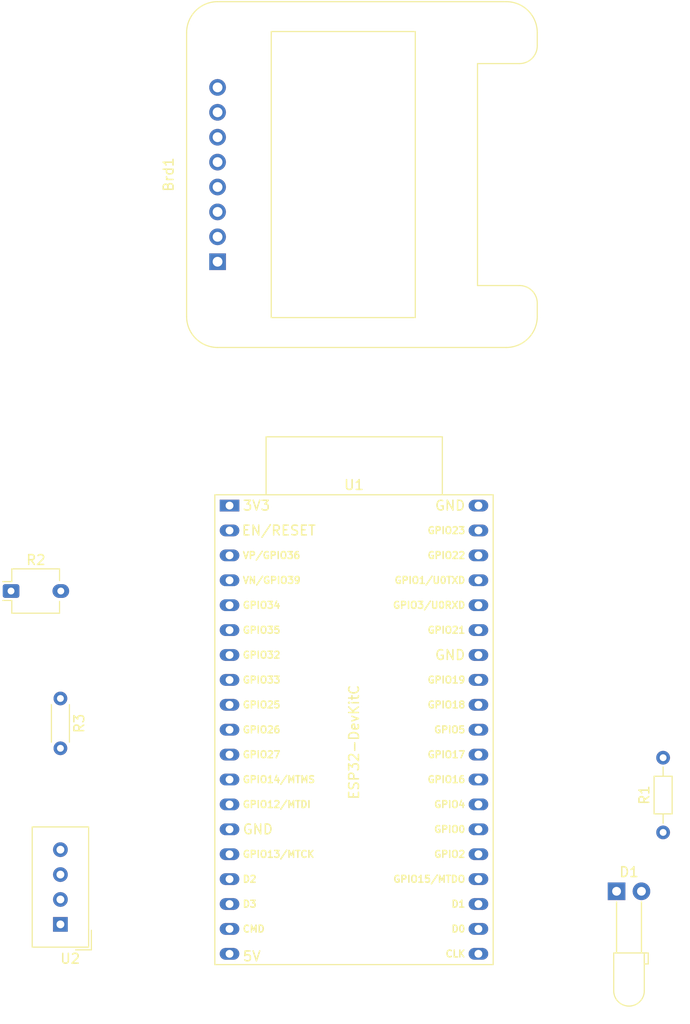
<source format=kicad_pcb>
(kicad_pcb (version 20240108) (generator "pcbnew") (generator_version "8.0")
  (layers (0 "F.Cu" signal) (31 "B.Cu" signal) (34 "B.Paste" user) (35 "F.Paste" user) (36 "B.SilkS" user "B.Silkscreen") (37 "F.SilkS" user "F.Silkscreen") (38 "B.Mask" user) (39 "F.Mask" user) (44 "Edge.Cuts" user))
  (net 0 "")
  (net 1 "Earth")
  (net 2 "Net-(Brd1-SDA)")
  (net 3 "Net-(Brd1-VCC)")
  (net 4 "Net-(Brd1-SCL)")
  (net 5 "Net-(D1-A)")
  (net 6 "Net-(D1-K)")
  (net 7 "Net-(R2-Pad2)")
  (net 8 "Net-(U1-SENSOR_VN{slash}GPIO39{slash}ADC1_CH3)")
  (net 23 "Net-(U1-MTDO{slash}GPIO15{slash}ADC2_CH3)")
  (footprint "Display:Adafruit_SSD1306" (layer "F.Cu") (at 137.036 80.912 90)
    (property "Reference" "Brd1" (at 8.89 -5 270) (layer "F.SilkS"))
    (property "Value" "SSD1306")
    (fp_line (start 23.368 -3.158) (end -5.588 -3.158) (stroke (width 0.12)) (layer "F.SilkS"))
    (fp_line (start 26.526 0) (end 26.526 29.464) (stroke (width 0.12)) (layer "F.SilkS"))
    (fp_line (start -8.746 0) (end -8.746 29.464) (stroke (width 0.12)) (layer "F.SilkS"))
    (fp_line (start 23.478 5.478) (end 23.478 20.176) (stroke (width 0.12)) (layer "F.SilkS"))
    (fp_line (start -5.698 5.478) (end 23.478 5.478) (stroke (width 0.12)) (layer "F.SilkS"))
    (fp_line (start -5.698 5.478) (end -5.698 20.176) (stroke (width 0.12)) (layer "F.SilkS"))
    (fp_line (start -5.698 20.176) (end 23.478 20.176) (stroke (width 0.12)) (layer "F.SilkS"))
    (fp_line (start 20.21 26.526) (end 20.21 30.814) (stroke (width 0.12)) (layer "F.SilkS"))
    (fp_line (start -2.43 26.526) (end 20.21 26.526) (stroke (width 0.12)) (layer "F.SilkS"))
    (fp_line (start -2.43 26.526) (end -2.43 30.814) (stroke (width 0.12)) (layer "F.SilkS"))
    (fp_line (start 22.018 32.622) (end 23.37 32.622) (stroke (width 0.12)) (layer "F.SilkS"))
    (fp_line (start -4.238 32.622) (end -5.59 32.622) (stroke (width 0.12)) (layer "F.SilkS"))
    (fp_arc (start 23.368 -3.158) (mid 25.601043 -2.233043) (end 26.526 0) (stroke (width 0.12)) (layer "F.SilkS"))
    (fp_arc (start -8.746 0) (mid -7.821043 -2.233043) (end -5.588 -3.158) (stroke (width 0.12)) (layer "F.SilkS"))
    (fp_arc (start 26.526 29.464) (mid 25.601043 31.697043) (end 23.368 32.622) (stroke (width 0.12)) (layer "F.SilkS"))
    (fp_arc (start -2.43 30.812) (mid -2.958137 32.091035) (end -4.236 32.622) (stroke (width 0.12)) (layer "F.SilkS"))
    (fp_arc (start 22.016 32.622) (mid 20.738137 32.091035) (end 20.21 30.812) (stroke (width 0.12)) (layer "F.SilkS"))
    (fp_arc (start -5.588 32.622) (mid -7.821043 31.697043) (end -8.746 29.464) (stroke (width 0.12)) (layer "F.SilkS"))
    (pad "" np_thru_hole circle (at -5.588 0 90) (size 2.7 2.7) (drill 2.7) (layers "*.Cu" "*.Mask"))
    (pad "" np_thru_hole circle (at -5.588 29.464 90) (size 2.7 2.7) (drill 2.7) (layers "*.Cu" "*.Mask"))
    (pad "" np_thru_hole circle (at 23.368 0 90) (size 2.7 2.7) (drill 2.7) (layers "*.Cu" "*.Mask"))
    (pad "" np_thru_hole circle (at 23.368 29.464 90) (size 2.7 2.7) (drill 2.7) (layers "*.Cu" "*.Mask"))
    (pad "1" thru_hole rect (at 0 0 90) (size 1.7 1.7) (drill 1) (layers "*.Cu" "*.Mask") (net 1 "Earth"))
    (pad "2" thru_hole circle (at 2.54 0 90) (size 1.7 1.7) (drill 1) (layers "*.Cu" "*.Mask") (net 3 "Net-(Brd1-VCC)"))
    (pad "3" thru_hole circle (at 5.08 0 90) (size 1.7 1.7) (drill 1) (layers "*.Cu" "*.Mask") (net 4 "Net-(Brd1-SCL)"))
    (pad "4" thru_hole circle (at 7.62 0 90) (size 1.7 1.7) (drill 1) (layers "*.Cu" "*.Mask") (net 2 "Net-(Brd1-SDA)"))
    (pad "5" thru_hole circle (at 10.16 0 90) (size 1.7 1.7) (drill 1) (layers "*.Cu" "*.Mask"))
    (pad "6" thru_hole circle (at 12.7 0 90) (size 1.7 1.7) (drill 1) (layers "*.Cu" "*.Mask"))
    (pad "7" thru_hole circle (at 15.24 0 90) (size 1.7 1.7) (drill 1) (layers "*.Cu" "*.Mask"))
    (pad "8" thru_hole circle (at 17.78 0 90) (size 1.7 1.7) (drill 1) (layers "*.Cu" "*.Mask"))
  )
  (footprint "LED_THT:LED_D3.0mm_Horizontal_O6.35mm_Z10.0mm" (layer "F.Cu") (at 177.75 145.125)
    (property "Reference" "D1" (at 1.27 -1.96 0) (layer "F.SilkS"))
    (property "Value" "LED")
    (fp_line (start -0.29 6.29) (end -0.29 10.15) (stroke (width 0.12)) (layer "F.SilkS"))
    (fp_line (start -0.29 6.29) (end 2.83 6.29) (stroke (width 0.12)) (layer "F.SilkS"))
    (fp_line (start 0 1.08) (end 0 1.08) (stroke (width 0.12)) (layer "F.SilkS"))
    (fp_line (start 0 1.08) (end 0 6.29) (stroke (width 0.12)) (layer "F.SilkS"))
    (fp_line (start 0 6.29) (end 0 1.08) (stroke (width 0.12)) (layer "F.SilkS"))
    (fp_line (start 0 6.29) (end 0 6.29) (stroke (width 0.12)) (layer "F.SilkS"))
    (fp_line (start 2.54 1.08) (end 2.54 1.08) (stroke (width 0.12)) (layer "F.SilkS"))
    (fp_line (start 2.54 1.08) (end 2.54 6.29) (stroke (width 0.12)) (layer "F.SilkS"))
    (fp_line (start 2.54 6.29) (end 2.54 1.08) (stroke (width 0.12)) (layer "F.SilkS"))
    (fp_line (start 2.54 6.29) (end 2.54 6.29) (stroke (width 0.12)) (layer "F.SilkS"))
    (fp_line (start 2.83 6.29) (end 2.83 10.15) (stroke (width 0.12)) (layer "F.SilkS"))
    (fp_line (start 2.83 6.29) (end 3.23 6.29) (stroke (width 0.12)) (layer "F.SilkS"))
    (fp_line (start 2.83 7.41) (end 2.83 6.29) (stroke (width 0.12)) (layer "F.SilkS"))
    (fp_line (start 3.23 6.29) (end 3.23 7.41) (stroke (width 0.12)) (layer "F.SilkS"))
    (fp_line (start 3.23 7.41) (end 2.83 7.41) (stroke (width 0.12)) (layer "F.SilkS"))
    (fp_arc (start 2.83 10.15) (mid 1.27 11.71) (end -0.29 10.15) (stroke (width 0.12)) (layer "F.SilkS"))
    (pad "1" thru_hole rect (at 0 0) (size 1.8 1.8) (drill 0.9) (layers "*.Cu" "*.Mask") (net 6 "Net-(D1-K)"))
    (pad "2" thru_hole circle (at 2.54 0) (size 1.8 1.8) (drill 0.9) (layers "*.Cu" "*.Mask") (net 5 "Net-(D1-A)"))
  )
  (footprint "PCM_Espressif:ESP32-DevKitC" (layer "F.Cu") (at 138.257 105.78412)
    (property "Reference" "U1" (at 12.7 -2.1 0) (layer "F.SilkS"))
    (property "Value" "ESP32-DevKitC" (at 12.7 24.13 90) (layer "F.SilkS"))
    (fp_line (start -1.5 46.82) (end 26.899999 46.82) (stroke (width 0.12)) (layer "F.SilkS"))
    (fp_line (start -1.499999 -1.1) (end -1.5 46.82) (stroke (width 0.12)) (layer "F.SilkS"))
    (fp_line (start 3.73012 -7.01312) (end 21.71332 -7.01312) (stroke (width 0.12)) (layer "F.SilkS"))
    (fp_line (start 3.73012 -1.12032) (end 3.73012 -7.01312) (stroke (width 0.12)) (layer "F.SilkS"))
    (fp_line (start 21.71332 -7.01312) (end 21.71332 -1.12032) (stroke (width 0.12)) (layer "F.SilkS"))
    (fp_line (start 26.899999 46.82) (end 26.9 -1.1) (stroke (width 0.12)) (layer "F.SilkS"))
    (fp_line (start 26.9 -1.1) (end -1.499999 -1.1) (stroke (width 0.12)) (layer "F.SilkS"))
    (fp_text user "GND" (at 24.13 0 0) (layer "F.SilkS") (effects (justify right)))
    (fp_text user "GPIO21" (at 24.13 12.7 0) (layer "F.SilkS") (effects (font (size 0.7 0.7)) (justify right)))
    (fp_text user "VN/GPIO39" (at 1.27 7.62 0) (layer "F.SilkS") (effects (font (size 0.7 0.7)) (justify left)))
    (fp_text user "GND" (at 24.13 15.24 0) (layer "F.SilkS") (effects (justify right)))
    (fp_text user "D3" (at 1.27 40.64 0) (layer "F.SilkS") (effects (font (size 0.7 0.7)) (justify left)))
    (fp_text user "GPIO34" (at 1.27 10.16 0) (layer "F.SilkS") (effects (font (size 0.7 0.7)) (justify left)))
    (fp_text user "GPIO5" (at 24.13 22.86 0) (layer "F.SilkS") (effects (font (size 0.7 0.7)) (justify right)))
    (fp_text user "GPIO13/MTCK" (at 1.27 35.56 0) (layer "F.SilkS") (effects (font (size 0.7 0.7)) (justify left)))
    (fp_text user "GPIO19" (at 24.13 17.78 0) (layer "F.SilkS") (effects (font (size 0.7 0.7)) (justify right)))
    (fp_text user "D2" (at 1.27 38.1 0) (layer "F.SilkS") (effects (font (size 0.7 0.7)) (justify left)))
    (fp_text user "GPIO26" (at 1.27 22.86 0) (layer "F.SilkS") (effects (font (size 0.7 0.7)) (justify left)))
    (fp_text user "GPIO2" (at 24.13 35.56 0) (layer "F.SilkS") (effects (font (size 0.7 0.7)) (justify right)))
    (fp_text user "GPIO22" (at 24.13 5.08 0) (layer "F.SilkS") (effects (font (size 0.7 0.7)) (justify right)))
    (fp_text user "GPIO32" (at 1.27 15.24 0) (layer "F.SilkS") (effects (font (size 0.7 0.7)) (justify left)))
    (fp_text user "5V" (at 1.26632 45.97128 0) (layer "F.SilkS") (effects (justify left)))
    (fp_text user "GPIO12/MTDI" (at 1.27 30.48 0) (layer "F.SilkS") (effects (font (size 0.7 0.7)) (justify left)))
    (fp_text user "VP/GPIO36" (at 1.27 5.08 0) (layer "F.SilkS") (effects (font (size 0.7 0.7)) (justify left)))
    (fp_text user "GPIO35" (at 1.27 12.7 0) (layer "F.SilkS") (effects (font (size 0.7 0.7)) (justify left)))
    (fp_text user "GPIO16" (at 24.13 27.94 0) (layer "F.SilkS") (effects (font (size 0.7 0.7)) (justify right)))
    (fp_text user "GPIO18" (at 24.13 20.32 0) (layer "F.SilkS") (effects (font (size 0.7 0.7)) (justify right)))
    (fp_text user "GPIO33" (at 1.27 17.78 0) (layer "F.SilkS") (effects (font (size 0.7 0.7)) (justify left)))
    (fp_text user "CLK" (at 24.13 45.72 0) (layer "F.SilkS") (effects (font (size 0.7 0.7)) (justify right)))
    (fp_text user "GPIO14/MTMS" (at 1.27 27.94 0) (layer "F.SilkS") (effects (font (size 0.7 0.7)) (justify left)))
    (fp_text user "GPIO25" (at 1.27 20.32 0) (layer "F.SilkS") (effects (font (size 0.7 0.7)) (justify left)))
    (fp_text user "GPIO4" (at 24.13 30.48 0) (layer "F.SilkS") (effects (font (size 0.7 0.7)) (justify right)))
    (fp_text user "D1" (at 24.13 40.64 0) (layer "F.SilkS") (effects (font (size 0.7 0.7)) (justify right)))
    (fp_text user "GPIO15/MTDO" (at 24.13 38.1 0) (layer "F.SilkS") (effects (font (size 0.7 0.7)) (justify right)))
    (fp_text user "GPIO1/U0TXD" (at 24.13 7.62 0) (layer "F.SilkS") (effects (font (size 0.7 0.7)) (justify right)))
    (fp_text user "GPIO17" (at 24.13 25.4 0) (layer "F.SilkS") (effects (font (size 0.7 0.7)) (justify right)))
    (fp_text user "GPIO23" (at 24.13 2.54 0) (layer "F.SilkS") (effects (font (size 0.7 0.7)) (justify right)))
    (fp_text user "D0" (at 24.13 43.18 0) (layer "F.SilkS") (effects (font (size 0.7 0.7)) (justify right)))
    (fp_text user "EN/RESET" (at 8.88632 2.53728 0) (layer "F.SilkS") (effects (justify right)))
    (fp_text user "CMD" (at 1.27 43.18 0) (layer "F.SilkS") (effects (font (size 0.7 0.7)) (justify left)))
    (fp_text user "GPIO27" (at 1.27 25.4 0) (layer "F.SilkS") (effects (font (size 0.7 0.7)) (justify left)))
    (fp_text user "GPIO3/U0RXD" (at 24.13 10.16 0) (layer "F.SilkS") (effects (font (size 0.7 0.7)) (justify right)))
    (fp_text user "GND" (at 1.27 33.02 0) (layer "F.SilkS") (effects (justify left)))
    (fp_text user "3V3" (at 1.27 0 0) (layer "F.SilkS") (effects (justify left)))
    (fp_text user "GPIO0" (at 24.13 33.02 0) (layer "F.SilkS") (effects (font (size 0.7 0.7)) (justify right)))
    (pad "1" thru_hole rect (at 0 0 270) (size 1.2 2) (drill 0.8) (layers "*.Cu" "*.Mask"))
    (pad "2" thru_hole oval (at 0 2.54 270) (size 1.2 2) (drill 0.8) (layers "*.Cu" "*.Mask"))
    (pad "3" thru_hole oval (at 0 5.08 270) (size 1.2 2) (drill 0.8) (layers "*.Cu" "*.Mask"))
    (pad "4" thru_hole oval (at 0 7.62 270) (size 1.2 2) (drill 0.8) (layers "*.Cu" "*.Mask") (net 8 "Net-(U1-SENSOR_VN{slash}GPIO39{slash}ADC1_CH3)"))
    (pad "5" thru_hole oval (at 0 10.16 270) (size 1.2 2) (drill 0.8) (layers "*.Cu" "*.Mask"))
    (pad "6" thru_hole oval (at 0 12.7 270) (size 1.2 2) (drill 0.8) (layers "*.Cu" "*.Mask"))
    (pad "7" thru_hole oval (at 0 15.24 270) (size 1.2 2) (drill 0.8) (layers "*.Cu" "*.Mask"))
    (pad "8" thru_hole oval (at 0 17.78 270) (size 1.2 2) (drill 0.8) (layers "*.Cu" "*.Mask"))
    (pad "9" thru_hole oval (at 0 20.32 270) (size 1.2 2) (drill 0.8) (layers "*.Cu" "*.Mask"))
    (pad "10" thru_hole oval (at 0 22.86 270) (size 1.2 2) (drill 0.8) (layers "*.Cu" "*.Mask"))
    (pad "11" thru_hole oval (at 0 25.4 270) (size 1.2 2) (drill 0.8) (layers "*.Cu" "*.Mask"))
    (pad "12" thru_hole oval (at 0 27.94 270) (size 1.2 2) (drill 0.8) (layers "*.Cu" "*.Mask"))
    (pad "13" thru_hole oval (at 0 30.48 270) (size 1.2 2) (drill 0.8) (layers "*.Cu" "*.Mask"))
    (pad "14" thru_hole oval (at 0 33.02 270) (size 1.2 2) (drill 0.8) (layers "*.Cu" "*.Mask") (net 1 "Earth"))
    (pad "15" thru_hole oval (at 0 35.56 270) (size 1.2 2) (drill 0.8) (layers "*.Cu" "*.Mask"))
    (pad "16" thru_hole oval (at 0 38.1 270) (size 1.2 2) (drill 0.8) (layers "*.Cu" "*.Mask"))
    (pad "17" thru_hole oval (at 0 40.64 270) (size 1.2 2) (drill 0.8) (layers "*.Cu" "*.Mask"))
    (pad "18" thru_hole oval (at 0 43.18 270) (size 1.2 2) (drill 0.8) (layers "*.Cu" "*.Mask"))
    (pad "19" thru_hole oval (at 0 45.72 270) (size 1.2 2) (drill 0.8) (layers "*.Cu" "*.Mask") (net 3 "Net-(Brd1-VCC)"))
    (pad "20" thru_hole oval (at 25.39632 45.71728 270) (size 1.2 2) (drill 0.8) (layers "*.Cu" "*.Mask"))
    (pad "21" thru_hole oval (at 25.39632 43.17728 270) (size 1.2 2) (drill 0.8) (layers "*.Cu" "*.Mask"))
    (pad "22" thru_hole oval (at 25.4 40.64 270) (size 1.2 2) (drill 0.8) (layers "*.Cu" "*.Mask"))
    (pad "23" thru_hole oval (at 25.4 38.1 270) (size 1.2 2) (drill 0.8) (layers "*.Cu" "*.Mask") (net 23 "Net-(U1-MTDO{slash}GPIO15{slash}ADC2_CH3)"))
    (pad "24" thru_hole oval (at 25.4 35.56 270) (size 1.2 2) (drill 0.8) (layers "*.Cu" "*.Mask") (net 5 "Net-(D1-A)"))
    (pad "25" thru_hole oval (at 25.4 33.02 270) (size 1.2 2) (drill 0.8) (layers "*.Cu" "*.Mask"))
    (pad "26" thru_hole oval (at 25.4 30.48 270) (size 1.2 2) (drill 0.8) (layers "*.Cu" "*.Mask"))
    (pad "27" thru_hole oval (at 25.4 27.94 270) (size 1.2 2) (drill 0.8) (layers "*.Cu" "*.Mask"))
    (pad "28" thru_hole oval (at 25.4 25.4 270) (size 1.2 2) (drill 0.8) (layers "*.Cu" "*.Mask"))
    (pad "29" thru_hole oval (at 25.4 22.86 270) (size 1.2 2) (drill 0.8) (layers "*.Cu" "*.Mask"))
    (pad "30" thru_hole oval (at 25.4 20.32 270) (size 1.2 2) (drill 0.8) (layers "*.Cu" "*.Mask"))
    (pad "31" thru_hole oval (at 25.4 17.78 270) (size 1.2 2) (drill 0.8) (layers "*.Cu" "*.Mask"))
    (pad "32" thru_hole oval (at 25.4 15.24 270) (size 1.2 2) (drill 0.8) (layers "*.Cu" "*.Mask") (net 1 "Earth"))
    (pad "33" thru_hole oval (at 25.4 12.7 270) (size 1.2 2) (drill 0.8) (layers "*.Cu" "*.Mask") (net 2 "Net-(Brd1-SDA)"))
    (pad "34" thru_hole oval (at 25.4 10.16 270) (size 1.2 2) (drill 0.8) (layers "*.Cu" "*.Mask"))
    (pad "35" thru_hole oval (at 25.4 7.62 270) (size 1.2 2) (drill 0.8) (layers "*.Cu" "*.Mask"))
    (pad "36" thru_hole oval (at 25.4 5.08 270) (size 1.2 2) (drill 0.8) (layers "*.Cu" "*.Mask") (net 4 "Net-(Brd1-SCL)"))
    (pad "37" thru_hole oval (at 25.4 2.54 270) (size 1.2 2) (drill 0.8) (layers "*.Cu" "*.Mask"))
    (pad "38" thru_hole oval (at 25.4 0 270) (size 1.2 2) (drill 0.8) (layers "*.Cu" "*.Mask") (net 1 "Earth"))
  )
  (footprint "Resistor_THT:R_Axial_DIN0204_L3.6mm_D1.6mm_P7.62mm_Horizontal" (layer "F.Cu") (at 182.5 139.12 90)
    (property "Reference" "R1" (at 3.81 -1.92 270) (layer "F.SilkS"))
    (property "Value" "R")
    (fp_line (start 5.73 -0.92) (end 1.89 -0.92) (stroke (width 0.12)) (layer "F.SilkS"))
    (fp_line (start 1.89 -0.92) (end 1.89 0.92) (stroke (width 0.12)) (layer "F.SilkS"))
    (fp_line (start 6.68 0) (end 5.73 0) (stroke (width 0.12)) (layer "F.SilkS"))
    (fp_line (start 0.94 0) (end 1.89 0) (stroke (width 0.12)) (layer "F.SilkS"))
    (fp_line (start 5.73 0.92) (end 5.73 -0.92) (stroke (width 0.12)) (layer "F.SilkS"))
    (fp_line (start 1.89 0.92) (end 5.73 0.92) (stroke (width 0.12)) (layer "F.SilkS"))
    (pad "1" thru_hole circle (at 0 0 90) (size 1.4 1.4) (drill 0.7) (layers "*.Cu" "*.Mask") (net 6 "Net-(D1-K)"))
    (pad "2" thru_hole oval (at 7.62 0 90) (size 1.4 1.4) (drill 0.7) (layers "*.Cu" "*.Mask") (net 1 "Earth"))
  )
  (footprint "Sensor:Aosong_DHT11_5.5x12.0_P2.54mm" (layer "F.Cu") (at 121 148.5 180)
    (property "Reference" "U2" (at -1 -3.5 180) (layer "F.SilkS"))
    (property "Value" "DHT11")
    (fp_line (start 2.88 9.94) (end -2.88 9.94) (stroke (width 0.12)) (layer "F.SilkS"))
    (fp_line (start 2.88 -2.32) (end 2.88 9.94) (stroke (width 0.12)) (layer "F.SilkS"))
    (fp_line (start -2.87 -2.32) (end 2.87 -2.32) (stroke (width 0.12)) (layer "F.SilkS"))
    (fp_line (start -2.88 9.94) (end -2.88 -2.31) (stroke (width 0.12)) (layer "F.SilkS"))
    (fp_line (start -3.16 -2.6) (end -1.55 -2.6) (stroke (width 0.12)) (layer "F.SilkS"))
    (fp_line (start -3.16 -2.6) (end -3.16 -0.6) (stroke (width 0.12)) (layer "F.SilkS"))
    (pad "1" thru_hole rect (at 0 0 180) (size 1.5 1.5) (drill 0.8) (layers "*.Cu" "*.Mask") (net 3 "Net-(Brd1-VCC)"))
    (pad "2" thru_hole circle (at 0 2.54 180) (size 1.5 1.5) (drill 0.8) (layers "*.Cu" "*.Mask") (net 23 "Net-(U1-MTDO{slash}GPIO15{slash}ADC2_CH3)"))
    (pad "3" thru_hole circle (at 0 5.08 180) (size 1.5 1.5) (drill 0.8) (layers "*.Cu" "*.Mask"))
    (pad "4" thru_hole circle (at 0 7.62 180) (size 1.5 1.5) (drill 0.8) (layers "*.Cu" "*.Mask") (net 1 "Earth"))
  )
  (footprint "Resistor_THT:R_Axial_DIN0204_L3.6mm_D1.6mm_P5.08mm_Horizontal" (layer "F.Cu") (at 121 125.46 -90)
    (property "Reference" "R3" (at 2.54 -1.92 90) (layer "F.SilkS"))
    (property "Value" "R")
    (fp_line (start 0.62 0.92) (end 4.46 0.92) (stroke (width 0.12)) (layer "F.SilkS"))
    (fp_line (start 0.62 -0.92) (end 4.46 -0.92) (stroke (width 0.12)) (layer "F.SilkS"))
    (pad "1" thru_hole circle (at 0 0 270) (size 1.4 1.4) (drill 0.7) (layers "*.Cu" "*.Mask") (net 7 "Net-(R2-Pad2)"))
    (pad "2" thru_hole oval (at 5.08 0 270) (size 1.4 1.4) (drill 0.7) (layers "*.Cu" "*.Mask") (net 1 "Earth"))
  )
  (footprint "OptoDevice:Osram_DIL2_4.3x4.65mm_P5.08mm" (layer "F.Cu") (at 115.96 114.5)
    (property "Reference" "R2" (at 2.54 -3.17 0) (layer "F.SilkS"))
    (property "Value" "R_Photo")
    (fp_line (start 0.08 -2.26) (end 0.08 -0.96) (stroke (width 0.12)) (layer "F.SilkS"))
    (fp_line (start 0.08 -2.26) (end 4.95 -2.26) (stroke (width 0.12)) (layer "F.SilkS"))
    (fp_line (start 0.08 -0.96) (end -0.84 -0.96) (stroke (width 0.12)) (layer "F.SilkS"))
    (fp_line (start 0.08 0.96) (end -0.84 0.96) (stroke (width 0.12)) (layer "F.SilkS"))
    (fp_line (start 0.08 0.96) (end 0.08 2.26) (stroke (width 0.12)) (layer "F.SilkS"))
    (fp_line (start 4.95 -2.26) (end 4.95 -1.06) (stroke (width 0.12)) (layer "F.SilkS"))
    (fp_line (start 4.95 1.06) (end 4.95 2.26) (stroke (width 0.12)) (layer "F.SilkS"))
    (fp_line (start 4.95 2.26) (end 0.08 2.26) (stroke (width 0.12)) (layer "F.SilkS"))
    (pad "1" thru_hole roundrect (at 0 0) (size 1.7 1.4) (drill 0.7) (layers "*.Cu" "*.Mask") (roundrect_rratio 0.178) (net 8 "Net-(U1-SENSOR_VN{slash}GPIO39{slash}ADC1_CH3)"))
    (pad "2" thru_hole oval (at 5.08 0) (size 1.7 1.4) (drill 0.7) (layers "*.Cu" "*.Mask") (net 7 "Net-(R2-Pad2)"))
  )
)
</source>
